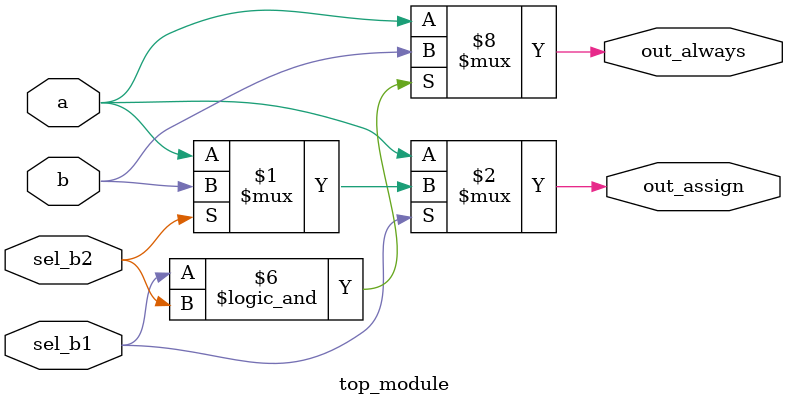
<source format=v>
module top_module (
    input a,
    input b,
    input sel_b1,
    input sel_b2,
    output wire out_assign,
    output reg out_always
    );

    assign out_assign = sel_b1 ? (sel_b2 ? b : a) : a;

    always @( * ) begin
        if (sel_b1 == 1'b1 && sel_b2 == 1'b1) begin
            out_always = b;
        end
        else begin
            out_always = a;
        end
    end

endmodule

</source>
